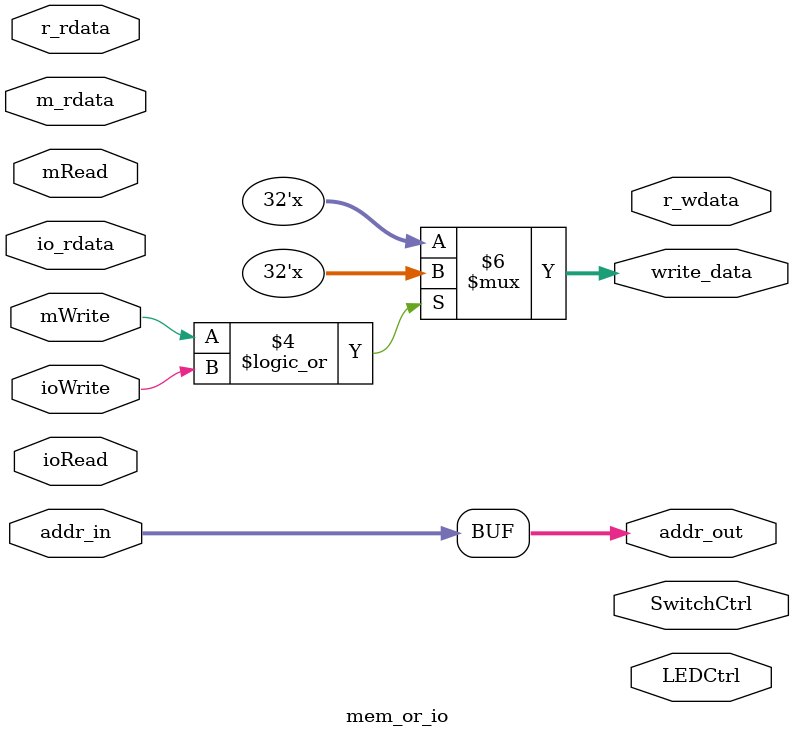
<source format=v>
module mem_or_io(
   input mRead,    //read memory from Controller
   input mWrite,   //write memory from Controller
   input ioRead,   //read io from Controller
   input ioWrite,  //write io from Controller

   input [31:0] addr_in,  //from alu_result in ALU
   output [31:0] addr_out, //address to DataMemory

   input [31:0] m_rdata,  //data read from DataMemory
   input [15:0] io_rdata,  //data read from IO, 16-bit
   output [31:0] r_wdata,  //data to Decoder(register file)

   input [31:0] r_rdata,  //data read from Decoder(register file)
   output reg [31:0] write_data, //data to memory or I/O (m_wdata or io_wdata)

   output LEDCtrl, //LED Chip Select
   output SwitchCtrl  // Switch Chip Select
);

    assign addr_out = addr_in;
    // The data wirte to register file may be from memory or io. 
    // While the data is from io, it should be the lower 16bit of r_wdata.

    // assign r_wdata = ????

    // Chip select signal of  Led and Switch  are all active high;
    // assign LEDCtrl=  ??? 
    // assign SwitchCtrl= ???

always @(*) begin
    if ((mWrite == 1) || (ioWrite == 1)) begin
        //write_data could go to either memory or IO. Where is it from ?
        // write_data = ????
    end
    else begin
        write_data = 32'hzzzzzzzz; 
    end
end

endmodule
</source>
